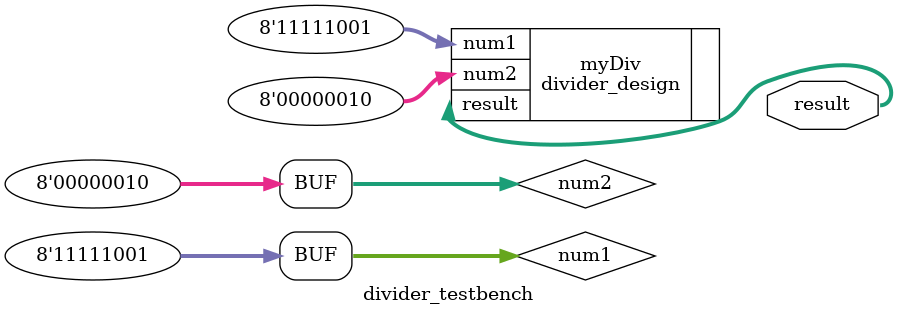
<source format=sv>
`timescale 1 ns/1 ns

module divider_testbench(result);
	reg [7:0] num1;
	reg [7:0] num2;
	output [15:0] result;
	
	divider_design myDiv(.num1(num1), .num2(num2), .result(result));
	
	initial begin
		num1 = 8'b10000000;
		num2 = 8'b00000010;
		// should be 1111 1111 1110 0000
		#50;
		num1 = 8'b01000000;
		num2 = 8'b00000111;
		// should be 0000 0000 0000 0000
		#50;
		num1 = 8'b10000000;
		num2 = 8'b00000111;
		// should be 1111 1111 1111 1111
		#50;
		num1 = 8'b01000000;
		num2 = 8'b00000101;
		// should be 0000 0000 0000 0010
		#50;
		num1 = 8'b11111001;
		num2 = 8'b00000010;
		// should be 1111 1111 1111 1101
		#50;
	end
	
endmodule 
</source>
